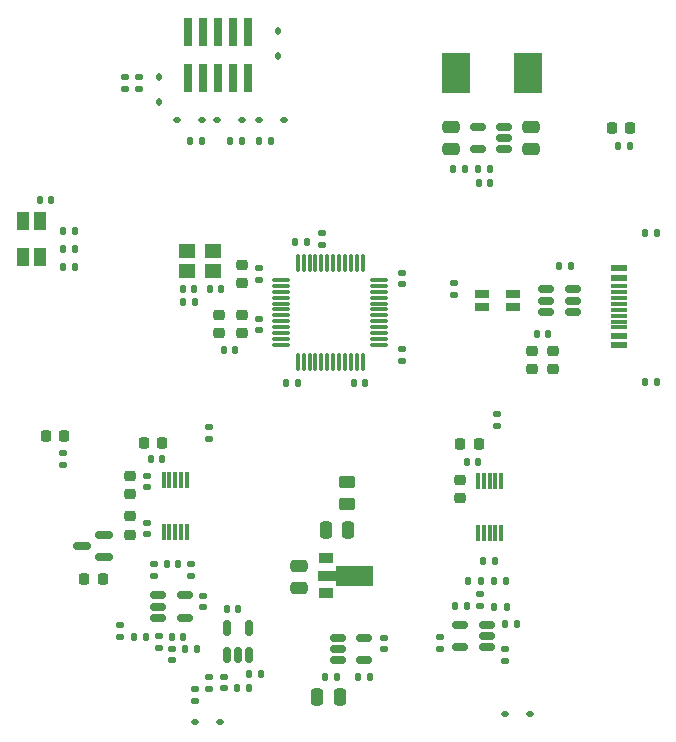
<source format=gbr>
%TF.GenerationSoftware,KiCad,Pcbnew,7.0.9*%
%TF.CreationDate,2024-01-09T08:16:38-05:00*%
%TF.ProjectId,mixed_signal_hw,6d697865-645f-4736-9967-6e616c5f6877,rev?*%
%TF.SameCoordinates,Original*%
%TF.FileFunction,Paste,Top*%
%TF.FilePolarity,Positive*%
%FSLAX46Y46*%
G04 Gerber Fmt 4.6, Leading zero omitted, Abs format (unit mm)*
G04 Created by KiCad (PCBNEW 7.0.9) date 2024-01-09 08:16:38*
%MOMM*%
%LPD*%
G01*
G04 APERTURE LIST*
G04 Aperture macros list*
%AMRoundRect*
0 Rectangle with rounded corners*
0 $1 Rounding radius*
0 $2 $3 $4 $5 $6 $7 $8 $9 X,Y pos of 4 corners*
0 Add a 4 corners polygon primitive as box body*
4,1,4,$2,$3,$4,$5,$6,$7,$8,$9,$2,$3,0*
0 Add four circle primitives for the rounded corners*
1,1,$1+$1,$2,$3*
1,1,$1+$1,$4,$5*
1,1,$1+$1,$6,$7*
1,1,$1+$1,$8,$9*
0 Add four rect primitives between the rounded corners*
20,1,$1+$1,$2,$3,$4,$5,0*
20,1,$1+$1,$4,$5,$6,$7,0*
20,1,$1+$1,$6,$7,$8,$9,0*
20,1,$1+$1,$8,$9,$2,$3,0*%
%AMFreePoly0*
4,1,9,3.862500,-0.866500,0.737500,-0.866500,0.737500,-0.450000,-0.737500,-0.450000,-0.737500,0.450000,0.737500,0.450000,0.737500,0.866500,3.862500,0.866500,3.862500,-0.866500,3.862500,-0.866500,$1*%
G04 Aperture macros list end*
%ADD10RoundRect,0.140000X0.170000X-0.140000X0.170000X0.140000X-0.170000X0.140000X-0.170000X-0.140000X0*%
%ADD11RoundRect,0.150000X0.512500X0.150000X-0.512500X0.150000X-0.512500X-0.150000X0.512500X-0.150000X0*%
%ADD12RoundRect,0.140000X0.140000X0.170000X-0.140000X0.170000X-0.140000X-0.170000X0.140000X-0.170000X0*%
%ADD13RoundRect,0.075000X-0.662500X-0.075000X0.662500X-0.075000X0.662500X0.075000X-0.662500X0.075000X0*%
%ADD14RoundRect,0.075000X-0.075000X-0.662500X0.075000X-0.662500X0.075000X0.662500X-0.075000X0.662500X0*%
%ADD15RoundRect,0.135000X0.135000X0.185000X-0.135000X0.185000X-0.135000X-0.185000X0.135000X-0.185000X0*%
%ADD16RoundRect,0.135000X-0.185000X0.135000X-0.185000X-0.135000X0.185000X-0.135000X0.185000X0.135000X0*%
%ADD17RoundRect,0.225000X0.225000X0.250000X-0.225000X0.250000X-0.225000X-0.250000X0.225000X-0.250000X0*%
%ADD18RoundRect,0.225000X0.250000X-0.225000X0.250000X0.225000X-0.250000X0.225000X-0.250000X-0.225000X0*%
%ADD19RoundRect,0.225000X-0.250000X0.225000X-0.250000X-0.225000X0.250000X-0.225000X0.250000X0.225000X0*%
%ADD20RoundRect,0.112500X0.112500X-0.187500X0.112500X0.187500X-0.112500X0.187500X-0.112500X-0.187500X0*%
%ADD21RoundRect,0.140000X-0.140000X-0.170000X0.140000X-0.170000X0.140000X0.170000X-0.140000X0.170000X0*%
%ADD22RoundRect,0.250000X0.475000X-0.250000X0.475000X0.250000X-0.475000X0.250000X-0.475000X-0.250000X0*%
%ADD23R,0.300000X1.450000*%
%ADD24RoundRect,0.135000X0.185000X-0.135000X0.185000X0.135000X-0.185000X0.135000X-0.185000X-0.135000X0*%
%ADD25RoundRect,0.135000X-0.135000X-0.185000X0.135000X-0.185000X0.135000X0.185000X-0.135000X0.185000X0*%
%ADD26R,1.300000X0.900000*%
%ADD27FreePoly0,0.000000*%
%ADD28R,2.350000X3.500000*%
%ADD29RoundRect,0.250000X-0.475000X0.250000X-0.475000X-0.250000X0.475000X-0.250000X0.475000X0.250000X0*%
%ADD30RoundRect,0.112500X-0.112500X0.187500X-0.112500X-0.187500X0.112500X-0.187500X0.112500X0.187500X0*%
%ADD31R,1.100000X1.500000*%
%ADD32RoundRect,0.140000X-0.170000X0.140000X-0.170000X-0.140000X0.170000X-0.140000X0.170000X0.140000X0*%
%ADD33RoundRect,0.250000X-0.450000X0.262500X-0.450000X-0.262500X0.450000X-0.262500X0.450000X0.262500X0*%
%ADD34R,1.200000X0.700000*%
%ADD35R,0.740000X2.400000*%
%ADD36RoundRect,0.112500X0.187500X0.112500X-0.187500X0.112500X-0.187500X-0.112500X0.187500X-0.112500X0*%
%ADD37RoundRect,0.150000X0.150000X-0.512500X0.150000X0.512500X-0.150000X0.512500X-0.150000X-0.512500X0*%
%ADD38R,1.400000X1.200000*%
%ADD39RoundRect,0.250000X0.250000X0.475000X-0.250000X0.475000X-0.250000X-0.475000X0.250000X-0.475000X0*%
%ADD40RoundRect,0.112500X-0.187500X-0.112500X0.187500X-0.112500X0.187500X0.112500X-0.187500X0.112500X0*%
%ADD41RoundRect,0.150000X-0.512500X-0.150000X0.512500X-0.150000X0.512500X0.150000X-0.512500X0.150000X0*%
%ADD42RoundRect,0.147500X0.147500X0.172500X-0.147500X0.172500X-0.147500X-0.172500X0.147500X-0.172500X0*%
%ADD43R,1.450000X0.600000*%
%ADD44R,1.450000X0.300000*%
%ADD45RoundRect,0.218750X0.218750X0.256250X-0.218750X0.256250X-0.218750X-0.256250X0.218750X-0.256250X0*%
%ADD46RoundRect,0.150000X0.587500X0.150000X-0.587500X0.150000X-0.587500X-0.150000X0.587500X-0.150000X0*%
G04 APERTURE END LIST*
D10*
%TO.C,C300*%
X115260600Y-112120000D03*
X115260600Y-111160000D03*
%TD*%
D11*
%TO.C,U100*%
X139037500Y-66500000D03*
X139037500Y-65550000D03*
X139037500Y-64600000D03*
X136762500Y-64600000D03*
X136762500Y-66500000D03*
%TD*%
D12*
%TO.C,C305*%
X111856400Y-107746800D03*
X110896400Y-107746800D03*
%TD*%
D13*
%TO.C,U200*%
X120125000Y-77549999D03*
X120125000Y-78049999D03*
X120125000Y-78549999D03*
X120125000Y-79049999D03*
X120125000Y-79549999D03*
X120125000Y-80049999D03*
X120125000Y-80549999D03*
X120125000Y-81049999D03*
X120125000Y-81549999D03*
X120125000Y-82049999D03*
X120125000Y-82549999D03*
X120125000Y-83049999D03*
D14*
X121537500Y-84462499D03*
X122037500Y-84462499D03*
X122537500Y-84462499D03*
X123037500Y-84462499D03*
X123537500Y-84462499D03*
X124037500Y-84462499D03*
X124537500Y-84462499D03*
X125037500Y-84462499D03*
X125537500Y-84462499D03*
X126037500Y-84462499D03*
X126537500Y-84462499D03*
X127037500Y-84462499D03*
D13*
X128450000Y-83049999D03*
X128450000Y-82549999D03*
X128450000Y-82049999D03*
X128450000Y-81549999D03*
X128450000Y-81049999D03*
X128450000Y-80549999D03*
X128450000Y-80049999D03*
X128450000Y-79549999D03*
X128450000Y-79049999D03*
X128450000Y-78549999D03*
X128450000Y-78049999D03*
X128450000Y-77549999D03*
D14*
X127037500Y-76137499D03*
X126537500Y-76137499D03*
X126037500Y-76137499D03*
X125537500Y-76137499D03*
X125037500Y-76137499D03*
X124537500Y-76137499D03*
X124037500Y-76137499D03*
X123537500Y-76137499D03*
X123037500Y-76137499D03*
X122537500Y-76137499D03*
X122037500Y-76137499D03*
X121537500Y-76137499D03*
%TD*%
D15*
%TO.C,R212*%
X113410000Y-65760000D03*
X112390000Y-65760000D03*
%TD*%
D10*
%TO.C,C212*%
X106940000Y-61350000D03*
X106940000Y-60390000D03*
%TD*%
D16*
%TO.C,R403*%
X137000000Y-104160000D03*
X137000000Y-105180000D03*
%TD*%
D17*
%TO.C,C309*%
X105019031Y-102910000D03*
X103469031Y-102910000D03*
%TD*%
D16*
%TO.C,R202*%
X130390000Y-83370000D03*
X130390000Y-84390000D03*
%TD*%
D10*
%TO.C,C205*%
X118287500Y-81779999D03*
X118287500Y-80819999D03*
%TD*%
D18*
%TO.C,C206*%
X116787500Y-82079999D03*
X116787500Y-80529999D03*
%TD*%
D11*
%TO.C,U401*%
X137557500Y-108650000D03*
X137557500Y-107700000D03*
X137557500Y-106750000D03*
X135282500Y-106750000D03*
X135282500Y-108650000D03*
%TD*%
D12*
%TO.C,C202*%
X127267500Y-86299999D03*
X126307500Y-86299999D03*
%TD*%
D15*
%TO.C,R205*%
X151930000Y-73550000D03*
X150910000Y-73550000D03*
%TD*%
D19*
%TO.C,C100*%
X143185000Y-83565000D03*
X143185000Y-85115000D03*
%TD*%
D10*
%TO.C,C201*%
X118287500Y-77529999D03*
X118287500Y-76569999D03*
%TD*%
D18*
%TO.C,C200*%
X116787500Y-77849999D03*
X116787500Y-76299999D03*
%TD*%
D11*
%TO.C,U201*%
X144812500Y-80250000D03*
X144812500Y-79300000D03*
X144812500Y-78350000D03*
X142537500Y-78350000D03*
X142537500Y-79300000D03*
X142537500Y-80250000D03*
%TD*%
D12*
%TO.C,C315*%
X110069031Y-92750000D03*
X109109031Y-92750000D03*
%TD*%
D18*
%TO.C,C207*%
X114887500Y-82079999D03*
X114887500Y-80529999D03*
%TD*%
D12*
%TO.C,C302*%
X116510000Y-105450000D03*
X115550000Y-105450000D03*
%TD*%
D15*
%TO.C,R211*%
X116850000Y-65790000D03*
X115830000Y-65790000D03*
%TD*%
D20*
%TO.C,D205*%
X109790000Y-62490000D03*
X109790000Y-60390000D03*
%TD*%
D21*
%TO.C,C209*%
X111827500Y-78299999D03*
X112787500Y-78299999D03*
%TD*%
D15*
%TO.C,R103*%
X149690000Y-66240000D03*
X148670000Y-66240000D03*
%TD*%
D22*
%TO.C,C103*%
X121676800Y-103657800D03*
X121676800Y-101757800D03*
%TD*%
D23*
%TO.C,U303*%
X110174031Y-98930000D03*
X110674031Y-98930000D03*
X111174031Y-98930000D03*
X111674031Y-98930000D03*
X112174031Y-98930000D03*
X112174031Y-94530000D03*
X111674031Y-94530000D03*
X111174031Y-94530000D03*
X110674031Y-94530000D03*
X110174031Y-94530000D03*
%TD*%
D24*
%TO.C,R306*%
X109340000Y-102600000D03*
X109340000Y-101580000D03*
%TD*%
D25*
%TO.C,R402*%
X135990000Y-103030000D03*
X137010000Y-103030000D03*
%TD*%
D26*
%TO.C,U101*%
X123905700Y-101091000D03*
D27*
X123993200Y-102591000D03*
D26*
X123905700Y-104091000D03*
%TD*%
D10*
%TO.C,C108*%
X128814200Y-108820000D03*
X128814200Y-107860000D03*
%TD*%
D19*
%TO.C,C101*%
X141335000Y-83565000D03*
X141335000Y-85115000D03*
%TD*%
D16*
%TO.C,R405*%
X139110000Y-108800000D03*
X139110000Y-109820000D03*
%TD*%
D28*
%TO.C,L101*%
X134975000Y-60000000D03*
X141025000Y-60000000D03*
%TD*%
D29*
%TO.C,C105*%
X141258300Y-64584800D03*
X141258300Y-66484800D03*
%TD*%
D30*
%TO.C,D201*%
X119840000Y-56470000D03*
X119840000Y-58570000D03*
%TD*%
D24*
%TO.C,R204*%
X134800000Y-78800000D03*
X134800000Y-77780000D03*
%TD*%
D16*
%TO.C,R213*%
X108100000Y-60350000D03*
X108100000Y-61370000D03*
%TD*%
D31*
%TO.C,D200*%
X99740000Y-72580000D03*
X99740000Y-75580000D03*
X98240000Y-75580000D03*
X98240000Y-72580000D03*
%TD*%
D32*
%TO.C,C306*%
X113512600Y-104272200D03*
X113512600Y-105232200D03*
%TD*%
D24*
%TO.C,R308*%
X101696800Y-93193200D03*
X101696800Y-92173200D03*
%TD*%
D16*
%TO.C,R309*%
X113980000Y-90020000D03*
X113980000Y-91040000D03*
%TD*%
D21*
%TO.C,C301*%
X116422800Y-112105200D03*
X117382800Y-112105200D03*
%TD*%
D15*
%TO.C,R302*%
X118440000Y-110930000D03*
X117420000Y-110930000D03*
%TD*%
D21*
%TO.C,C204*%
X121327500Y-74299999D03*
X122287500Y-74299999D03*
%TD*%
D15*
%TO.C,R209*%
X102650000Y-74890000D03*
X101630000Y-74890000D03*
%TD*%
D24*
%TO.C,R304*%
X109778800Y-108716000D03*
X109778800Y-107696000D03*
%TD*%
D12*
%TO.C,C401*%
X136825000Y-92980000D03*
X135865000Y-92980000D03*
%TD*%
D33*
%TO.C,R100*%
X125690000Y-94670000D03*
X125690000Y-96495000D03*
%TD*%
D34*
%TO.C,FL201*%
X139775000Y-79875000D03*
X139775000Y-78775000D03*
X137125000Y-78775000D03*
X137125000Y-79875000D03*
%TD*%
D32*
%TO.C,C203*%
X130320000Y-76940000D03*
X130320000Y-77900000D03*
%TD*%
D21*
%TO.C,C403*%
X138180000Y-103040000D03*
X139140000Y-103040000D03*
%TD*%
D35*
%TO.C,J200*%
X117320000Y-56530000D03*
X117320000Y-60430000D03*
X116050000Y-56530000D03*
X116050000Y-60430000D03*
X114780000Y-56530000D03*
X114780000Y-60430000D03*
X113510000Y-56530000D03*
X113510000Y-60430000D03*
X112240000Y-56530000D03*
X112240000Y-60430000D03*
%TD*%
D15*
%TO.C,R102*%
X135721100Y-68161200D03*
X134701100Y-68161200D03*
%TD*%
%TO.C,R104*%
X127675200Y-111180000D03*
X126655200Y-111180000D03*
%TD*%
D21*
%TO.C,C210*%
X143670000Y-76390000D03*
X144630000Y-76390000D03*
%TD*%
D36*
%TO.C,D300*%
X114975000Y-114950000D03*
X112875000Y-114950000D03*
%TD*%
D17*
%TO.C,C308*%
X101730000Y-90750000D03*
X100180000Y-90750000D03*
%TD*%
D15*
%TO.C,R207*%
X102680000Y-73380000D03*
X101660000Y-73380000D03*
%TD*%
D10*
%TO.C,C310*%
X108744031Y-99100000D03*
X108744031Y-98140000D03*
%TD*%
D23*
%TO.C,U400*%
X136770000Y-98970000D03*
X137270000Y-98970000D03*
X137770000Y-98970000D03*
X138270000Y-98970000D03*
X138770000Y-98970000D03*
X138770000Y-94570000D03*
X138270000Y-94570000D03*
X137770000Y-94570000D03*
X137270000Y-94570000D03*
X136770000Y-94570000D03*
%TD*%
D37*
%TO.C,U300*%
X115536800Y-109283600D03*
X116486800Y-109283600D03*
X117436800Y-109283600D03*
X117436800Y-107008600D03*
X115536800Y-107008600D03*
%TD*%
D25*
%TO.C,R210*%
X118240000Y-65760000D03*
X119260000Y-65760000D03*
%TD*%
%TO.C,R401*%
X137195000Y-101370000D03*
X138215000Y-101370000D03*
%TD*%
D38*
%TO.C,Y200*%
X114362500Y-75099999D03*
X112162500Y-75099999D03*
X112162500Y-76799999D03*
X114362500Y-76799999D03*
%TD*%
D15*
%TO.C,R105*%
X124877200Y-111180000D03*
X123857200Y-111180000D03*
%TD*%
%TO.C,R206*%
X151980000Y-86180000D03*
X150960000Y-86180000D03*
%TD*%
D10*
%TO.C,C304*%
X106500000Y-107750000D03*
X106500000Y-106790000D03*
%TD*%
D39*
%TO.C,C107*%
X125100000Y-112860000D03*
X123200000Y-112860000D03*
%TD*%
D25*
%TO.C,R404*%
X138190000Y-105200000D03*
X139210000Y-105200000D03*
%TD*%
D32*
%TO.C,C406*%
X133618400Y-107800000D03*
X133618400Y-108760000D03*
%TD*%
D21*
%TO.C,C404*%
X139120000Y-106700000D03*
X140080000Y-106700000D03*
%TD*%
D40*
%TO.C,D400*%
X139120000Y-114320000D03*
X141220000Y-114320000D03*
%TD*%
D17*
%TO.C,C400*%
X136840000Y-91450000D03*
X135290000Y-91450000D03*
%TD*%
D24*
%TO.C,R300*%
X112850600Y-113190000D03*
X112850600Y-112170000D03*
%TD*%
D41*
%TO.C,U102*%
X124902600Y-107857600D03*
X124902600Y-108807600D03*
X124902600Y-109757600D03*
X127177600Y-109757600D03*
X127177600Y-107857600D03*
%TD*%
D16*
%TO.C,R200*%
X123560000Y-73540000D03*
X123560000Y-74560000D03*
%TD*%
D40*
%TO.C,D204*%
X111330000Y-64030000D03*
X113430000Y-64030000D03*
%TD*%
D15*
%TO.C,R303*%
X112990000Y-108810000D03*
X111970000Y-108810000D03*
%TD*%
D42*
%TO.C,L100*%
X142755000Y-82140000D03*
X141785000Y-82140000D03*
%TD*%
D32*
%TO.C,C312*%
X108764031Y-94150000D03*
X108764031Y-95110000D03*
%TD*%
D12*
%TO.C,C208*%
X115037500Y-78299999D03*
X114077500Y-78299999D03*
%TD*%
%TO.C,C405*%
X135850000Y-105190000D03*
X134890000Y-105190000D03*
%TD*%
D16*
%TO.C,R301*%
X114060600Y-111140000D03*
X114060600Y-112160000D03*
%TD*%
D32*
%TO.C,C303*%
X110930000Y-108780000D03*
X110930000Y-109740000D03*
%TD*%
D43*
%TO.C,J201*%
X148765000Y-83075000D03*
X148765000Y-82275000D03*
D44*
X148765000Y-81075000D03*
X148765000Y-80075000D03*
X148765000Y-79575000D03*
X148765000Y-78575000D03*
D43*
X148765000Y-77375000D03*
X148765000Y-76575000D03*
X148765000Y-76575000D03*
X148765000Y-77375000D03*
D44*
X148765000Y-78075000D03*
X148765000Y-79075000D03*
X148765000Y-80575000D03*
X148765000Y-81575000D03*
D43*
X148765000Y-82275000D03*
X148765000Y-83075000D03*
%TD*%
D16*
%TO.C,R400*%
X138365000Y-88890000D03*
X138365000Y-89910000D03*
%TD*%
D39*
%TO.C,C102*%
X125791600Y-98730200D03*
X123891600Y-98730200D03*
%TD*%
D15*
%TO.C,R101*%
X137831300Y-68151000D03*
X136811300Y-68151000D03*
%TD*%
D19*
%TO.C,C402*%
X135240000Y-94500000D03*
X135240000Y-96050000D03*
%TD*%
D36*
%TO.C,D203*%
X116820000Y-64030000D03*
X114720000Y-64030000D03*
%TD*%
D12*
%TO.C,C106*%
X137829300Y-69304200D03*
X136869300Y-69304200D03*
%TD*%
D24*
%TO.C,R307*%
X112522000Y-102610000D03*
X112522000Y-101590000D03*
%TD*%
D29*
%TO.C,C104*%
X134527300Y-64584800D03*
X134527300Y-66484800D03*
%TD*%
D15*
%TO.C,R208*%
X102650000Y-76440000D03*
X101630000Y-76440000D03*
%TD*%
D21*
%TO.C,C307*%
X110440000Y-101620000D03*
X111400000Y-101620000D03*
%TD*%
D40*
%TO.C,D202*%
X118240000Y-64020000D03*
X120340000Y-64020000D03*
%TD*%
D41*
%TO.C,U301*%
X109739000Y-104267000D03*
X109739000Y-105217000D03*
X109739000Y-106167000D03*
X112014000Y-106167000D03*
X112014000Y-104267000D03*
%TD*%
D45*
%TO.C,D100*%
X149695000Y-64700000D03*
X148120000Y-64700000D03*
%TD*%
D21*
%TO.C,C211*%
X99715000Y-70748400D03*
X100675000Y-70748400D03*
%TD*%
D46*
%TO.C,U302*%
X105161531Y-101040000D03*
X105161531Y-99140000D03*
X103286531Y-100090000D03*
%TD*%
D25*
%TO.C,R201*%
X111777500Y-79424999D03*
X112797500Y-79424999D03*
%TD*%
D18*
%TO.C,C311*%
X107344031Y-99110000D03*
X107344031Y-97560000D03*
%TD*%
D15*
%TO.C,R305*%
X108675000Y-107750000D03*
X107655000Y-107750000D03*
%TD*%
%TO.C,R203*%
X121540000Y-86310000D03*
X120520000Y-86310000D03*
%TD*%
D19*
%TO.C,C313*%
X107344031Y-94160000D03*
X107344031Y-95710000D03*
%TD*%
D42*
%TO.C,L200*%
X116257500Y-83479999D03*
X115287500Y-83479999D03*
%TD*%
D17*
%TO.C,C314*%
X110055000Y-91360000D03*
X108505000Y-91360000D03*
%TD*%
M02*

</source>
